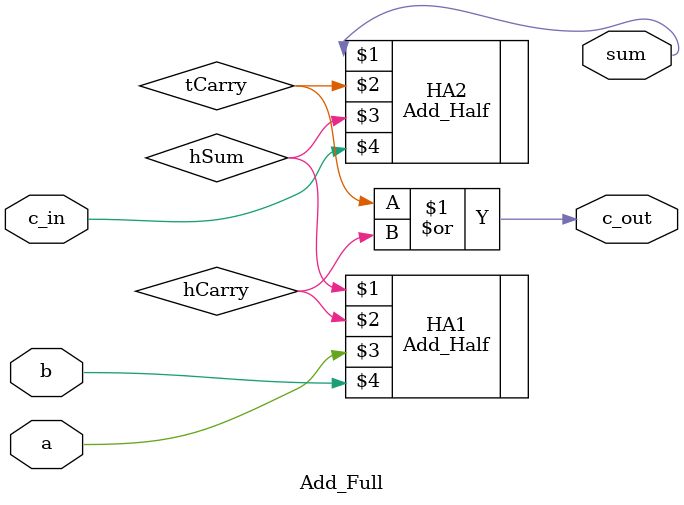
<source format=v>
`timescale 1ns / 1ps
module Add_Full(sum, c_out, a, b, c_in);

    input   a, b, c_in;
    output  sum, c_out;
    wire    hSum, hCarry, tCarry;

    Add_Half HA1(hSum, hCarry, a, b),           //1st half adder
            HA2(sum, tCarry, hSum, c_in);       //2nd half adder

    assign c_out = tCarry | hCarry;             //or gate for carry

endmodule

</source>
